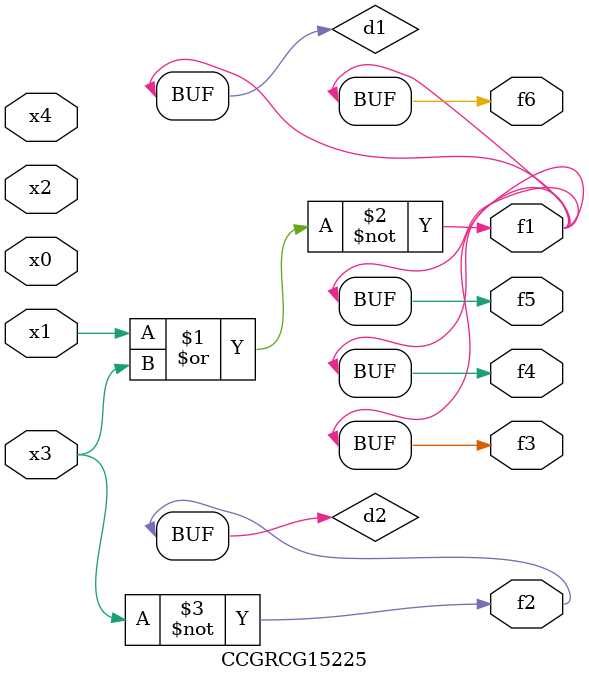
<source format=v>
module CCGRCG15225(
	input x0, x1, x2, x3, x4,
	output f1, f2, f3, f4, f5, f6
);

	wire d1, d2;

	nor (d1, x1, x3);
	not (d2, x3);
	assign f1 = d1;
	assign f2 = d2;
	assign f3 = d1;
	assign f4 = d1;
	assign f5 = d1;
	assign f6 = d1;
endmodule

</source>
